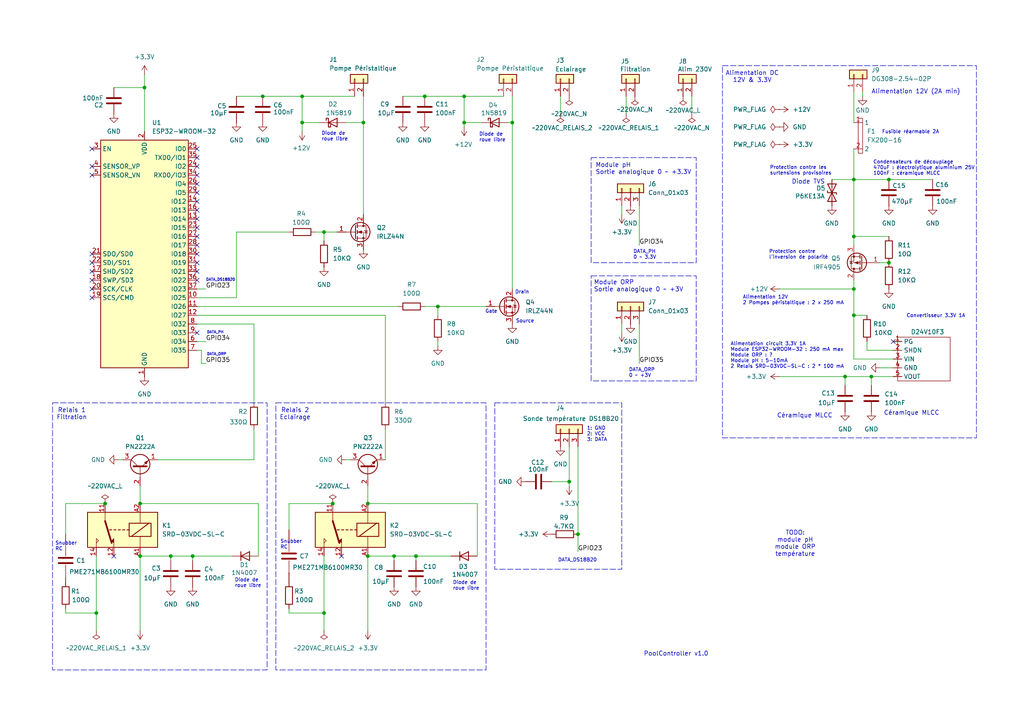
<source format=kicad_sch>
(kicad_sch (version 20250114) (generator "eeschema") (generator_version "9.0")
  (paper "A4")
  (lib_symbols
    (symbol "Connector_Generic:Conn_01x02" (pin_names (offset 1.016) (hide yes))
      (property "Reference" "J" (at 0 2.54 0))
      (property "Value" "Conn_01x02" (at 0 -5.08 0))
      (symbol "Conn_01x02_1_1"
        (pin passive line (at -5.08 0 0) (length 3.81) (name "Pin_1") (number "1"))
        (pin passive line (at -5.08 -2.54 0) (length 3.81) (name "Pin_2") (number "2"))
      )
    )
    (symbol "Connector_Generic:Conn_01x03" (pin_names (offset 1.016) (hide yes))
      (property "Reference" "J" (at 0 5.08 0))
      (property "Value" "Conn_01x03" (at 0 -5.08 0))
      (symbol "Conn_01x03_1_1"
        (pin passive line (at -5.08 2.54 0) (length 3.81) (name "Pin_1") (number "1"))
        (pin passive line (at -5.08 0 0) (length 3.81) (name "Pin_2") (number "2"))
        (pin passive line (at -5.08 -2.54 0) (length 3.81) (name "Pin_3") (number "3"))
      )
    )
    (symbol "D24V10F3_1"
      (symbol "D24V10F3_1_1_1"
        (pin input line (at -8.89 5.08 0) (length 2.54) (name "PG") (number "1"))
        (pin input line (at -8.89 2.54 0) (length 2.54) (name "SHDN") (number "2"))
        (pin input line (at -8.89 0 0) (length 2.54) (name "VIN") (number "3"))
        (pin input line (at -8.89 -2.54 0) (length 2.54) (name "GND") (number "4"))
        (pin input line (at -8.89 -5.08 0) (length 2.54) (name "VOUT") (number "5"))
      )
    )
    (symbol "Device:C" (pin_numbers (hide yes)) (pin_names (offset 0.254))
      (property "Reference" "C" (at 0.635 2.54 0))
      (property "Value" "C" (at 0.635 -2.54 0))
      (symbol "C_1_1"
        (pin passive line (at 0 3.81 270) (length 2.794) (name "~") (number "1"))
        (pin passive line (at 0 -3.81 90) (length 2.794) (name "~") (number "2"))
      )
    )
    (symbol "Device:D_TVS" (pin_numbers (hide yes)) (pin_names (offset 1.016) (hide yes))
      (property "Reference" "D" (at 0 2.54 0))
      (property "Value" "D_TVS" (at 0 -2.54 0))
      (symbol "D_TVS_1_1"
        (pin passive line (at -3.81 0 0) (length 2.54) (name "A1") (number "1"))
        (pin passive line (at 3.81 0 180) (length 2.54) (name "A2") (number "2"))
      )
    )
    (symbol "Device:R" (pin_numbers (hide yes)) (pin_names (offset 0))
      (property "Reference" "R" (at 2.032 0 90))
      (property "Value" "R" (at 0 0 90))
      (symbol "R_1_1"
        (pin passive line (at 0 3.81 270) (length 1.27) (name "~") (number "1"))
        (pin passive line (at 0 -3.81 90) (length 1.27) (name "~") (number "2"))
      )
    )
    (symbol "Diode:1N4007" (pin_numbers (hide yes)) (pin_names (hide yes))
      (property "Reference" "D" (at 0 2.54 0))
      (property "Value" "1N4007" (at 0 -2.54 0))
      (symbol "1N4007_1_1"
        (pin passive line (at -3.81 0 0) (length 2.54) (name "K") (number "1"))
        (pin passive line (at 3.81 0 180) (length 2.54) (name "A") (number "2"))
      )
    )
    (symbol "Diode:1N5819" (pin_numbers (hide yes)) (pin_names (offset 1.016) (hide yes))
      (property "Reference" "D" (at 0 2.54 0))
      (property "Value" "1N5819" (at 0 -2.54 0))
      (symbol "1N5819_1_1"
        (pin passive line (at -3.81 0 0) (length 2.54) (name "K") (number "1"))
        (pin passive line (at 3.81 0 180) (length 2.54) (name "A") (number "2"))
      )
    )
    (symbol "MySymbols.lib:C_X2_Snubber_PME271" (pin_numbers (hide yes)) (pin_names (offset 0.254))
      (property "Reference" "C?" (at 0.635 2.54 0))
      (property "Value" "PME271MB6100MR30" (at 0.635 -2.54 0))
      (symbol "C_X2_Snubber_PME271_1_1"
        (pin passive line (at 0 7.62 270) (length 2.794) (name "~") (number "1"))
        (pin passive line (at 0 -7.62 90) (length 2.794) (name "~") (number "2"))
      )
    )
    (symbol "MySymbols.lib:FX200-16"
      (property "Reference" "F" (at 0 0 0))
      (symbol "FX200-16_1_1"
        (pin input line (at 0 3.81 0) (length 2.54) (name "1") (number "1"))
        (pin input line (at 0 -3.81 0) (length 2.54) (name "2") (number "2"))
      )
    )
    (symbol "RF_Module:ESP32-WROOM-32"
      (property "Reference" "U" (at -12.7 34.29 0))
      (property "Value" "ESP32-WROOM-32" (at 1.27 34.29 0))
      (symbol "ESP32-WROOM-32_1_1"
        (pin input line (at -15.24 30.48 0) (length 2.54) (name "EN") (number "3"))
        (pin input line (at -15.24 25.4 0) (length 2.54) (name "SENSOR_VP") (number "4"))
        (pin input line (at -15.24 22.86 0) (length 2.54) (name "SENSOR_VN") (number "5"))
        (pin bidirectional line (at -15.24 0 0) (length 2.54) (name "SDO/SD0") (number "21"))
        (pin bidirectional line (at -15.24 -2.54 0) (length 2.54) (name "SDI/SD1") (number "22"))
        (pin bidirectional line (at -15.24 -5.08 0) (length 2.54) (name "SHD/SD2") (number "17"))
        (pin bidirectional line (at -15.24 -7.62 0) (length 2.54) (name "SWP/SD3") (number "18"))
        (pin bidirectional line (at -15.24 -10.16 0) (length 2.54) (name "SCK/CLK") (number "20"))
        (pin bidirectional line (at -15.24 -12.7 0) (length 2.54) (name "SCS/CMD") (number "19"))
        (pin no_connect line (at -12.7 -27.94 0) (length 2.54) (hide yes) (name "NC") (number "32"))
        (pin power_in line (at 0 35.56 270) (length 2.54) (name "VDD") (number "2"))
        (pin power_in line (at 0 -35.56 90) (length 2.54) (name "GND") (number "1"))
        (pin passive line (at 0 -35.56 90) (length 2.54) (hide yes) (name "GND") (number "15"))
        (pin passive line (at 0 -35.56 90) (length 2.54) (hide yes) (name "GND") (number "38"))
        (pin passive line (at 0 -35.56 90) (length 2.54) (hide yes) (name "GND") (number "39"))
        (pin bidirectional line (at 15.24 30.48 180) (length 2.54) (name "IO0") (number "25"))
        (pin bidirectional line (at 15.24 27.94 180) (length 2.54) (name "TXD0/IO1") (number "35"))
        (pin bidirectional line (at 15.24 25.4 180) (length 2.54) (name "IO2") (number "24"))
        (pin bidirectional line (at 15.24 22.86 180) (length 2.54) (name "RXD0/IO3") (number "34"))
        (pin bidirectional line (at 15.24 20.32 180) (length 2.54) (name "IO4") (number "26"))
        (pin bidirectional line (at 15.24 17.78 180) (length 2.54) (name "IO5") (number "29"))
        (pin bidirectional line (at 15.24 15.24 180) (length 2.54) (name "IO12") (number "14"))
        (pin bidirectional line (at 15.24 12.7 180) (length 2.54) (name "IO13") (number "16"))
        (pin bidirectional line (at 15.24 10.16 180) (length 2.54) (name "IO14") (number "13"))
        (pin bidirectional line (at 15.24 7.62 180) (length 2.54) (name "IO15") (number "23"))
        (pin bidirectional line (at 15.24 5.08 180) (length 2.54) (name "IO16") (number "27"))
        (pin bidirectional line (at 15.24 2.54 180) (length 2.54) (name "IO17") (number "28"))
        (pin bidirectional line (at 15.24 0 180) (length 2.54) (name "IO18") (number "30"))
        (pin bidirectional line (at 15.24 -2.54 180) (length 2.54) (name "IO19") (number "31"))
        (pin bidirectional line (at 15.24 -5.08 180) (length 2.54) (name "IO21") (number "33"))
        (pin bidirectional line (at 15.24 -7.62 180) (length 2.54) (name "IO22") (number "36"))
        (pin bidirectional line (at 15.24 -10.16 180) (length 2.54) (name "IO23") (number "37"))
        (pin bidirectional line (at 15.24 -12.7 180) (length 2.54) (name "IO25") (number "10"))
        (pin bidirectional line (at 15.24 -15.24 180) (length 2.54) (name "IO26") (number "11"))
        (pin bidirectional line (at 15.24 -17.78 180) (length 2.54) (name "IO27") (number "12"))
        (pin bidirectional line (at 15.24 -20.32 180) (length 2.54) (name "IO32") (number "8"))
        (pin bidirectional line (at 15.24 -22.86 180) (length 2.54) (name "IO33") (number "9"))
        (pin input line (at 15.24 -25.4 180) (length 2.54) (name "IO34") (number "6"))
        (pin input line (at 15.24 -27.94 180) (length 2.54) (name "IO35") (number "7"))
      )
    )
    (symbol "Relay:Relay_SPDT"
      (property "Reference" "K" (at 11.43 3.81 0))
      (property "Value" "Relay_SPDT" (at 11.43 1.27 0))
      (symbol "Relay_SPDT_1_1"
        (pin passive line (at -5.08 7.62 270) (length 2.54) (name "~") (number "A1"))
        (pin passive line (at -5.08 -7.62 90) (length 2.54) (name "~") (number "A2"))
        (pin passive line (at 2.54 7.62 270) (length 2.54) (name "~") (number "12"))
        (pin passive line (at 5.08 -7.62 90) (length 2.54) (name "~") (number "11"))
        (pin passive line (at 7.62 7.62 270) (length 2.54) (name "~") (number "14"))
      )
    )
    (symbol "Transistor_BJT:PN2222A" (pin_names (offset 0) (hide yes))
      (property "Reference" "Q" (at 5.08 1.905 0))
      (property "Value" "PN2222A" (at 5.08 0 0))
      (symbol "PN2222A_1_1"
        (pin input line (at -5.08 0 0) (length 2.54) (name "B") (number "2"))
        (pin passive line (at 2.54 5.08 270) (length 2.54) (name "C") (number "3"))
        (pin passive line (at 2.54 -5.08 90) (length 2.54) (name "E") (number "1"))
      )
    )
    (symbol "Transistor_FET:IRF4905" (pin_names (hide yes))
      (property "Reference" "Q" (at 5.08 1.905 0))
      (property "Value" "IRF4905" (at 5.08 0 0))
      (symbol "IRF4905_1_1"
        (pin input line (at -5.08 0 0) (length 2.54) (name "G") (number "1"))
        (pin passive line (at 2.54 5.08 270) (length 2.54) (name "D") (number "2"))
        (pin passive line (at 2.54 -5.08 90) (length 2.54) (name "S") (number "3"))
      )
    )
    (symbol "Transistor_FET:IRLZ44N" (pin_names (hide yes))
      (property "Reference" "Q" (at 5.08 1.905 0))
      (property "Value" "IRLZ44N" (at 5.08 0 0))
      (symbol "IRLZ44N_1_1"
        (pin input line (at -5.08 0 0) (length 2.54) (name "G") (number "1"))
        (pin passive line (at 2.54 5.08 270) (length 2.54) (name "D") (number "2"))
        (pin passive line (at 2.54 -5.08 90) (length 2.54) (name "S") (number "3"))
      )
    )
    (symbol "power:+12V" (power) (pin_numbers (hide yes)) (pin_names (offset 0) (hide yes))
      (property "Value" "+12V" (at 0 3.556 0))
      (symbol "+12V_1_1"
        (pin power_in line (at 0 0 90) (length 0) (name "~") (number "1"))
      )
    )
    (symbol "power:+3.3V" (power) (pin_numbers (hide yes)) (pin_names (offset 0) (hide yes))
      (property "Value" "+3.3V" (at 0 3.556 0))
      (symbol "+3.3V_1_1"
        (pin power_in line (at 0 0 90) (length 0) (name "~") (number "1"))
      )
    )
    (symbol "power:GND" (power) (pin_numbers (hide yes)) (pin_names (offset 0) (hide yes))
      (property "Value" "GND" (at 0 -3.81 0))
      (symbol "GND_1_1"
        (pin power_in line (at 0 0 270) (length 0) (name "~") (number "1"))
      )
    )
    (symbol "power:PWR_FLAG" (power) (pin_numbers (hide yes)) (pin_names (offset 0) (hide yes))
      (property "Value" "PWR_FLAG" (at 0 3.81 0))
      (symbol "PWR_FLAG_0_0"
        (pin power_out line (at 0 0 90) (length 0) (name "~") (number "1"))
      )
    )
  )
  (rectangle (start 171.45 80.01) (end 201.93 110.49) (stroke (width 0) (type dash)))
  (rectangle (start 143.51 116.84) (end 180.34 165.1) (stroke (width 0) (type dash)))
  (rectangle (start 15.24 116.84) (end 77.47 194.31) (stroke (width 0) (type dash)))
  (rectangle (start 171.45 45.72) (end 201.93 76.2) (stroke (width 0) (type dash)))
  (rectangle (start 80.01 116.84) (end 140.97 194.31) (stroke (width 0) (type dash)))
  (rectangle (start 209.55 19.05) (end 283.21 127) (stroke (width 0) (type dash)))
  (text "Alimentation DC\n12V & 3.3V" (at 218.186 22.352 0) (effects (font (size 1.27 1.27))))
  (text "Protection contre \nl'inversion de polarité" (at 223.012 73.914 0) (effects (font (size 1.016 1.016)) (justify left)))
  (text "Diode de\nroue libre" (at 131.318 169.926 0) (effects (font (size 1.016 1.016)) (justify left)))
  (text "Céramique MLCC" (at 264.414 119.888 0) (effects (font (size 1.27 1.27))))
  (text "PoolController v1.0" (at 196.088 189.738 0) (effects (font (size 1.27 1.27))))
  (text "TODO:\nmodule pH\nmodule ORP\ntempérature" (at 230.632 157.734 0) (effects (font (size 1.27 1.27))))
  (text "Diode de\nroue libre" (at 93.218 39.624 0) (effects (font (size 1.016 1.016)) (justify left)))
  (text "Module ORP \nSortie analogique 0 ~ +3V" (at 172.212 83.058 0) (effects (font (size 1.27 1.27)) (justify left)))
  (text "Snubber\nRC" (at 81.28 157.988 0) (effects (font (size 1.016 1.016)) (justify left)))
  (text "Alimentation circuit 3.3V 1A\nModule ESP32-WROOM-32 : 250 mA max\nModule ORP : ?\nModule pH : 5-10mA\n2 Relais SRD-03VDC-SL-C : 2 * 100 mA" (at 211.836 103.124 0) (effects (font (size 1.016 1.016)) (justify left)))
  (text "Drain" (at 149.352 84.836 0) (effects (font (size 1.016 1.016)) (justify left)))
  (text "DATA_DS18B20" (at 59.69 81.28 0) (effects (font (size 0.762 0.762)) (justify left)))
  (text "Source" (at 149.606 93.218 0) (effects (font (size 1.016 1.016)) (justify left)))
  (text "1: GND\n2: VCC\n3: DATA" (at 170.18 125.984 0) (effects (font (size 1.016 1.016)) (justify left)))
  (text "Alimentation 12V\n2 Pompes péristaltique : 2 x 250 mA" (at 215.392 87.122 0) (effects (font (size 1.016 1.016)) (justify left)))
  (text "Diode TVS" (at 234.442 52.832 0) (effects (font (size 1.27 1.27))))
  (text "Alimentation 12V (2A min)" (at 252.73 26.67 0) (effects (font (size 1.27 1.27)) (justify left)))
  (text "DATA_ORP" (at 59.944 102.87 0) (effects (font (size 0.762 0.762)) (justify left)))
  (text "DATA_ORP\n0 ~ +3V" (at 182.372 108.204 0) (effects (font (size 1.016 1.016)) (justify left)))
  (text "Module pH\nSortie analogique 0 ~ +3.3V" (at 172.72 49.022 0) (effects (font (size 1.27 1.27)) (justify left)))
  (text "Convertisseur 3.3V 1A" (at 262.89 91.694 0) (effects (font (size 1.016 1.016)) (justify left)))
  (text "DATA_DS18B20" (at 161.798 162.56 0) (effects (font (size 1.016 1.016)) (justify left)))
  (text "Relais 1\nFiltration" (at 20.828 120.142 0) (effects (font (size 1.27 1.27))))
  (text "Diode de\nroue libre" (at 68.072 169.164 0) (effects (font (size 1.016 1.016)) (justify left)))
  (text "DATA_PH\n0 ~ 3.3V" (at 183.642 73.914 0) (effects (font (size 1.016 1.016)) (justify left)))
  (text "DATA_PH" (at 59.944 96.52 0) (effects (font (size 0.762 0.762)) (justify left)))
  (text "Fusible réarmable 2A" (at 255.778 38.354 0) (effects (font (size 1.016 1.016)) (justify left)))
  (text "Gate" (at 140.716 90.424 0) (effects (font (size 1.016 1.016)) (justify left)))
  (text "Snubber\nRC" (at 16.002 158.496 0) (effects (font (size 1.016 1.016)) (justify left)))
  (text "Condensateurs de découplage\n470uF : électrolytique aluminium 25V\n100nF : céramique MLCC" (at 253.238 48.768 0) (effects (font (size 1.016 1.016)) (justify left)))
  (text "Diode de\nroue libre" (at 138.938 39.878 0) (effects (font (size 1.016 1.016)) (justify left)))
  (text "Relais 2\nEclairage" (at 85.598 120.142 0) (effects (font (size 1.27 1.27))))
  (text "Céramique MLCC" (at 233.426 120.65 0) (effects (font (size 1.27 1.27))))
  (text "Protection contre les\nsurtensions provisoires" (at 223.266 49.53 0) (effects (font (size 1.016 1.016)) (justify left)))
  (junction (at 245.11 109.22))
  (junction (at 247.65 83.82))
  (junction (at 105.41 35.56))
  (junction (at 49.53 161.29))
  (junction (at 123.19 27.94))
  (junction (at 87.63 35.56))
  (junction (at 252.73 109.22))
  (junction (at 96.52 146.05))
  (junction (at 93.98 67.31))
  (junction (at 93.98 177.8))
  (junction (at 247.65 68.58))
  (junction (at 30.48 146.05))
  (junction (at 148.59 35.56))
  (junction (at 257.81 52.07))
  (junction (at 41.91 25.4))
  (junction (at 27.94 177.8))
  (junction (at 134.62 27.94))
  (junction (at 247.65 52.07))
  (junction (at 257.81 76.2))
  (junction (at 55.88 161.29))
  (junction (at 114.3 161.29))
  (junction (at 40.64 161.29))
  (junction (at 127 88.9))
  (junction (at 165.1 139.7))
  (junction (at 120.65 161.29))
  (junction (at 106.68 146.05))
  (junction (at 134.62 35.56))
  (junction (at 40.64 146.05))
  (junction (at 167.64 154.94))
  (junction (at 247.65 91.44))
  (junction (at 87.63 27.94))
  (junction (at 106.68 161.29))
  (junction (at 76.2 27.94))
  (no_connect (at 57.15 45.72))
  (no_connect (at 57.15 63.5))
  (no_connect (at 57.15 81.28))
  (no_connect (at 33.02 161.29))
  (no_connect (at 26.67 50.8))
  (no_connect (at 57.15 58.42))
  (no_connect (at 57.15 68.58))
  (no_connect (at 26.67 43.18))
  (no_connect (at 57.15 48.26))
  (no_connect (at 57.15 43.18))
  (no_connect (at 57.15 71.12))
  (no_connect (at 26.67 86.36))
  (no_connect (at 26.67 48.26))
  (no_connect (at 99.06 161.29))
  (no_connect (at 259.08 99.06))
  (no_connect (at 26.67 81.28))
  (no_connect (at 57.15 66.04))
  (no_connect (at 57.15 60.96))
  (no_connect (at 57.15 73.66))
  (no_connect (at 26.67 78.74))
  (no_connect (at 26.67 83.82))
  (no_connect (at 57.15 78.74))
  (no_connect (at 57.15 53.34))
  (no_connect (at 26.67 73.66))
  (no_connect (at 26.67 76.2))
  (no_connect (at 57.15 50.8))
  (no_connect (at 57.15 96.52))
  (no_connect (at 57.15 55.88))
  (no_connect (at 57.15 76.2))
  (wire (pts (xy 49.53 162.56) (xy 49.53 161.29)))
  (wire (pts (xy 127 99.06) (xy 127 100.33)))
  (wire (pts (xy 106.68 161.29) (xy 106.68 182.88)))
  (wire (pts (xy 134.62 27.94) (xy 146.05 27.94)))
  (wire (pts (xy 180.34 62.23) (xy 180.34 59.69)))
  (wire (pts (xy 160.02 139.7) (xy 165.1 139.7)))
  (wire (pts (xy 111.76 91.44) (xy 111.76 116.84)))
  (wire (pts (xy 247.65 104.14) (xy 259.08 104.14)))
  (wire (pts (xy 27.94 161.29) (xy 27.94 177.8)))
  (wire (pts (xy 93.98 177.8) (xy 93.98 182.88)))
  (wire (pts (xy 245.11 109.22) (xy 245.11 111.76)))
  (wire (pts (xy 247.65 83.82) (xy 247.65 91.44)))
  (wire (pts (xy 57.15 86.36) (xy 68.58 86.36)))
  (wire (pts (xy 245.11 109.22) (xy 252.73 109.22)))
  (wire (pts (xy 127 88.9) (xy 140.97 88.9)))
  (wire (pts (xy 100.33 35.56) (xy 105.41 35.56)))
  (wire (pts (xy 148.59 35.56) (xy 148.59 83.82)))
  (wire (pts (xy 167.64 129.54) (xy 167.64 154.94)))
  (wire (pts (xy 252.73 109.22) (xy 259.08 109.22)))
  (wire (pts (xy 162.56 27.94) (xy 162.56 33.02)))
  (wire (pts (xy 34.29 133.35) (xy 35.56 133.35)))
  (wire (pts (xy 116.84 27.94) (xy 123.19 27.94)))
  (wire (pts (xy 76.2 27.94) (xy 87.63 27.94)))
  (wire (pts (xy 185.42 59.69) (xy 185.42 71.12)))
  (wire (pts (xy 250.19 26.67) (xy 250.19 27.94)))
  (wire (pts (xy 68.58 86.36) (xy 68.58 67.31)))
  (wire (pts (xy 73.66 133.35) (xy 73.66 124.46)))
  (wire (pts (xy 257.81 52.07) (xy 270.51 52.07)))
  (wire (pts (xy 59.69 83.82) (xy 57.15 83.82)))
  (wire (pts (xy 134.62 36.83) (xy 134.62 35.56)))
  (wire (pts (xy 165.1 139.7) (xy 165.1 129.54)))
  (wire (pts (xy 93.98 177.8) (xy 83.82 177.8)))
  (wire (pts (xy 55.88 161.29) (xy 67.31 161.29)))
  (wire (pts (xy 58.42 105.41) (xy 59.69 105.41)))
  (wire (pts (xy 40.64 146.05) (xy 74.93 146.05)))
  (wire (pts (xy 252.73 109.22) (xy 252.73 111.76)))
  (wire (pts (xy 83.82 153.67) (xy 83.82 146.05)))
  (wire (pts (xy 247.65 26.67) (xy 247.65 35.56)))
  (wire (pts (xy 120.65 161.29) (xy 120.65 162.56)))
  (wire (pts (xy 247.65 91.44) (xy 247.65 104.14)))
  (wire (pts (xy 147.32 35.56) (xy 148.59 35.56)))
  (wire (pts (xy 114.3 161.29) (xy 120.65 161.29)))
  (wire (pts (xy 226.06 109.22) (xy 245.11 109.22)))
  (wire (pts (xy 45.72 133.35) (xy 73.66 133.35)))
  (wire (pts (xy 19.05 154.94) (xy 19.05 146.05)))
  (wire (pts (xy 100.33 133.35) (xy 101.6 133.35)))
  (wire (pts (xy 259.08 106.68) (xy 255.27 106.68)))
  (wire (pts (xy 247.65 81.28) (xy 247.65 83.82)))
  (wire (pts (xy 127 88.9) (xy 127 91.44)))
  (wire (pts (xy 87.63 27.94) (xy 87.63 35.56)))
  (wire (pts (xy 74.93 161.29) (xy 74.93 146.05)))
  (wire (pts (xy 87.63 35.56) (xy 92.71 35.56)))
  (wire (pts (xy 200.66 27.94) (xy 200.66 33.02)))
  (wire (pts (xy 19.05 168.91) (xy 19.05 170.18)))
  (wire (pts (xy 41.91 25.4) (xy 41.91 38.1)))
  (wire (pts (xy 40.64 161.29) (xy 40.64 182.88)))
  (wire (pts (xy 40.64 146.05) (xy 40.64 140.97)))
  (wire (pts (xy 105.41 35.56) (xy 105.41 62.23)))
  (wire (pts (xy 19.05 146.05) (xy 30.48 146.05)))
  (wire (pts (xy 259.08 101.6) (xy 251.46 101.6)))
  (wire (pts (xy 106.68 146.05) (xy 138.43 146.05)))
  (wire (pts (xy 134.62 35.56) (xy 139.7 35.56)))
  (wire (pts (xy 148.59 27.94) (xy 148.59 35.56)))
  (wire (pts (xy 247.65 52.07) (xy 247.65 68.58)))
  (wire (pts (xy 106.68 161.29) (xy 114.3 161.29)))
  (wire (pts (xy 123.19 27.94) (xy 134.62 27.94)))
  (wire (pts (xy 120.65 161.29) (xy 130.81 161.29)))
  (wire (pts (xy 87.63 35.56) (xy 87.63 38.1)))
  (wire (pts (xy 87.63 27.94) (xy 102.87 27.94)))
  (wire (pts (xy 33.02 25.4) (xy 41.91 25.4)))
  (wire (pts (xy 138.43 161.29) (xy 138.43 146.05)))
  (wire (pts (xy 111.76 124.46) (xy 111.76 133.35)))
  (wire (pts (xy 19.05 177.8) (xy 27.94 177.8)))
  (wire (pts (xy 49.53 161.29) (xy 55.88 161.29)))
  (wire (pts (xy 247.65 68.58) (xy 257.81 68.58)))
  (wire (pts (xy 167.64 154.94) (xy 167.64 160.02)))
  (wire (pts (xy 251.46 99.06) (xy 251.46 101.6)))
  (wire (pts (xy 247.65 52.07) (xy 257.81 52.07)))
  (wire (pts (xy 91.44 67.31) (xy 93.98 67.31)))
  (wire (pts (xy 57.15 91.44) (xy 111.76 91.44)))
  (wire (pts (xy 57.15 88.9) (xy 115.57 88.9)))
  (wire (pts (xy 83.82 146.05) (xy 96.52 146.05)))
  (wire (pts (xy 83.82 177.8) (xy 83.82 176.53)))
  (wire (pts (xy 247.65 68.58) (xy 247.65 71.12)))
  (wire (pts (xy 93.98 161.29) (xy 93.98 177.8)))
  (wire (pts (xy 185.42 93.98) (xy 185.42 105.41)))
  (wire (pts (xy 241.3 52.07) (xy 247.65 52.07)))
  (wire (pts (xy 57.15 99.06) (xy 59.69 99.06)))
  (wire (pts (xy 57.15 93.98) (xy 73.66 93.98)))
  (wire (pts (xy 27.94 177.8) (xy 27.94 182.88)))
  (wire (pts (xy 68.58 67.31) (xy 83.82 67.31)))
  (wire (pts (xy 68.58 27.94) (xy 76.2 27.94)))
  (wire (pts (xy 123.19 88.9) (xy 127 88.9)))
  (wire (pts (xy 106.68 140.97) (xy 106.68 146.05)))
  (wire (pts (xy 93.98 67.31) (xy 93.98 69.85)))
  (wire (pts (xy 19.05 177.8) (xy 19.05 176.53)))
  (wire (pts (xy 226.06 83.82) (xy 247.65 83.82)))
  (wire (pts (xy 165.1 140.97) (xy 165.1 139.7)))
  (wire (pts (xy 58.42 105.41) (xy 58.42 101.6)))
  (wire (pts (xy 105.41 27.94) (xy 105.41 35.56)))
  (wire (pts (xy 93.98 67.31) (xy 97.79 67.31)))
  (wire (pts (xy 40.64 161.29) (xy 49.53 161.29)))
  (wire (pts (xy 41.91 21.59) (xy 41.91 25.4)))
  (wire (pts (xy 247.65 43.18) (xy 247.65 52.07)))
  (wire (pts (xy 181.61 27.94) (xy 181.61 33.02)))
  (wire (pts (xy 73.66 93.98) (xy 73.66 116.84)))
  (wire (pts (xy 247.65 91.44) (xy 251.46 91.44)))
  (wire (pts (xy 134.62 35.56) (xy 134.62 27.94)))
  (wire (pts (xy 55.88 162.56) (xy 55.88 161.29)))
  (wire (pts (xy 114.3 161.29) (xy 114.3 162.56)))
  (wire (pts (xy 58.42 101.6) (xy 57.15 101.6)))
  (wire (pts (xy 180.34 96.52) (xy 180.34 93.98)))
  (wire (pts (xy 257.81 76.2) (xy 255.27 76.2)))
  (label "GPIO34" (at 185.42 71.12 0))
  (label "GPIO23" (at 59.69 83.82 0))
  (label "GPIO35" (at 185.42 105.41 0))
  (label "GPIO23" (at 167.64 160.02 0))
  (label "GPIO34" (at 59.69 99.06 0))
  (label "GPIO35" (at 59.69 105.41 0))
  (symbol (lib_id "power:+3.3V") (at 160.02 154.94 90) (unit 1)
    (property "Reference" "#PWR023" (effects (hide yes)))
    (property "Value" "+3.3V" (at 156.21 154.9399 90) (effects (justify left)))
    (property "Description" "Power symbol creates a global label with name \"+3.3V\"" (effects (hide yes)))
  )
  (symbol (lib_id "power:+3.3V") (at 180.34 96.52 180) (unit 1)
    (property "Reference" "#PWR027" (effects (hide yes)))
    (property "Value" "+3.3V" (at 180.34 101.6 0))
    (property "Description" "Power symbol creates a global label with name \"+3.3V\"" (effects (hide yes)))
  )
  (symbol (lib_id "Device:C") (at 245.11 115.57 0) (unit 1)
    (property "Reference" "C13" (at 238.252 114.046 0) (effects (justify left)))
    (property "Value" "10 µF" (at 237.236 116.84 0) (effects (justify left)))
    (property "Description" "Unpolarized capacitor" (effects (hide yes)))
  )
  (symbol (lib_id "power:+3.3V") (at 40.64 182.88 180) (unit 1)
    (property "Reference" "#PWR03" (effects (hide yes)))
    (property "Value" "+3.3V" (at 40.64 187.96 0))
    (property "Description" "Power symbol creates a global label with name \"+3.3V\"" (effects (hide yes)))
  )
  (symbol (lib_id "power:GND") (at 68.58 35.56 0) (unit 1)
    (property "Reference" "#PWR08" (effects (hide yes)))
    (property "Value" "GND" (at 68.58 40.64 0))
    (property "Description" "Power symbol creates a global label with name \"GND\" , ground" (effects (hide yes)))
  )
  (symbol (lib_id "power:GND") (at 152.4 139.7 270) (unit 1)
    (property "Reference" "#PWR022" (effects (hide yes)))
    (property "Value" "GND" (at 148.59 139.6999 90) (effects (justify right)))
    (property "Description" "Power symbol creates a global label with name \"GND\" , ground" (effects (hide yes)))
  )
  (symbol (lib_id "power:GND") (at 55.88 170.18 0) (unit 1)
    (property "Reference" "#PWR07" (effects (hide yes)))
    (property "Value" "GND" (at 55.88 175.26 0))
    (property "Description" "Power symbol creates a global label with name \"GND\" , ground" (effects (hide yes)))
  )
  (symbol (lib_id "power:GND") (at 49.53 170.18 0) (unit 1)
    (property "Reference" "#PWR06" (effects (hide yes)))
    (property "Value" "GND" (at 49.53 175.26 0))
    (property "Description" "Power symbol creates a global label with name \"GND\" , ground" (effects (hide yes)))
  )
  (symbol (lib_id "power:GND") (at 182.88 93.98 0) (unit 1)
    (property "Reference" "#PWR029" (effects (hide yes)))
    (property "Value" "GND" (at 182.88 99.06 0))
    (property "Description" "Power symbol creates a global label with name \"GND\" , ground" (effects (hide yes)))
  )
  (symbol (lib_id "Transistor_BJT:PN2222A") (at 40.64 135.89 90) (unit 1)
    (property "Reference" "Q1" (at 40.64 127 90))
    (property "Value" "PN2222A" (at 40.64 129.54 90))
    (property "Footprint" "Package_TO_SOT_THT:TO-92_Inline" (effects (hide yes)))
    (property "Datasheet" "https://www.onsemi.com/pub/Collateral/PN2222-D.PDF" (effects (hide yes)))
    (property "Description" "1A Ic, 40V Vce, NPN Transistor, General Purpose Transistor, TO-92" (effects (hide yes)))
  )
  (symbol (lib_id "power:GND") (at 162.56 129.54 0) (unit 1)
    (property "Reference" "#PWR024" (effects (hide yes)))
    (property "Value" "GND" (at 162.56 134.62 0))
    (property "Description" "Power symbol creates a global label with name \"GND\" , ground" (effects (hide yes)))
  )
  (symbol (lib_id "power:PWR_FLAG") (at 200.66 33.02 180) (unit 1)
    (property "Reference" "#FLG010" (effects (hide yes)))
    (property "Value" "~220VAC_N" (at 200.66 37.084 0))
    (property "Description" "Special symbol for telling ERC where power comes from" (effects (hide yes)))
  )
  (symbol (lib_id "Device:R") (at 111.76 120.65 0) (unit 1)
    (property "Reference" "R6" (at 114.3 119.3799 0) (effects (justify left)))
    (property "Value" "330Ω" (at 114.3 121.9199 0) (effects (justify left)))
    (property "Description" "Resistor" (effects (hide yes)))
  )
  (symbol (lib_id "power:GND") (at 270.51 59.69 0) (unit 1)
    (property "Reference" "#PWR039" (effects (hide yes)))
    (property "Value" "GND" (at 270.51 64.77 0))
    (property "Description" "Power symbol creates a global label with name \"GND\" , ground" (effects (hide yes)))
  )
  (symbol (lib_id "Device:C") (at 114.3 166.37 0) (unit 1)
    (property "Reference" "C8" (at 108.458 164.592 0) (effects (justify left)))
    (property "Value" "10 µF" (at 107.95 168.656 0) (effects (justify left)))
    (property "Description" "Unpolarized capacitor" (effects (hide yes)))
  )
  (symbol (lib_id "Transistor_FET:IRLZ44N") (at 146.05 88.9 0) (unit 1)
    (property "Reference" "Q4" (at 152.4 87.6299 0) (effects (justify left)))
    (property "Value" "IRLZ44N" (at 152.4 90.1699 0) (effects (justify left)))
    (property "Footprint" "Package_TO_SOT_THT:TO-220-3_Vertical" (effects (hide yes)))
    (property "Datasheet" "http://www.irf.com/product-info/datasheets/data/irlz44n.pdf" (effects (hide yes)))
    (property "Description" "47A Id, 55V Vds, 22mOhm Rds Single N-Channel HEXFET Power MOSFET, TO-220AB" (effects (hide yes)))
  )
  (symbol (lib_id "Diode:1N5819") (at 143.51 35.56 0) (unit 1)
    (property "Reference" "D4" (at 143.002 30.48 0))
    (property "Value" "1N5819" (at 143.256 32.766 0))
    (property "Footprint" "Diode_THT:D_DO-41_SOD81_P10.16mm_Horizontal" (effects (hide yes)))
    (property "Datasheet" "http://www.vishay.com/docs/88525/1n5817.pdf" (effects (hide yes)))
    (property "Description" "40V 1A Schottky Barrier Rectifier Diode, DO-41" (effects (hide yes)))
  )
  (symbol (lib_id "MySymbols.lib:C_X2_Snubber_PME271") (at 83.82 161.29 0) (unit 1)
    (property "Reference" "C7" (at 86.868 161.29 0) (effects (justify left)))
    (property "Value" "PME271MB6100MR30" (at 84.836 164.592 0) (effects (justify left)))
    (property "Description" "Unpolarized capacitor" (effects (hide yes)))
  )
  (symbol (lib_id "Connector_Generic:Conn_01x03") (at 165.1 124.46 90) (unit 1)
    (property "Reference" "J4" (at 161.29 118.364 90) (effects (justify right)))
    (property "Value" "Sonde température DS18B20" (at 151.638 121.412 90) (effects (justify right)))
    (property "Description" "Generic connector, single row, 01x03, script generated (kicad-library-utils/schlib/autogen/connector/)" (effects (hide yes)))
  )
  (symbol (lib_id "Relay:Relay_SPDT") (at 35.56 153.67 180) (unit 1)
    (property "Reference" "K1" (at 46.99 152.3999 0) (effects (justify right)))
    (property "Value" "SRD-03VDC-SL-C" (at 46.99 154.9399 0) (effects (justify right)))
    (property "Description" "Relay SPDT, monostable, EN50005" (effects (hide yes)))
  )
  (symbol (lib_id "Device:R") (at 257.81 72.39 0) (unit 1)
    (property "Reference" "R11" (at 260.35 71.1199 0) (effects (justify left)))
    (property "Value" "10Ω" (at 260.35 73.6599 0) (effects (justify left)))
    (property "Description" "Resistor" (effects (hide yes)))
  )
  (symbol (lib_id "power:PWR_FLAG") (at 184.15 27.94 180) (unit 1)
    (property "Reference" "#FLG08" (effects (hide yes)))
    (property "Value" "~220VAC_N" (at 184.15 31.75 0))
    (property "Description" "Special symbol for telling ERC where power comes from" (effects (hide yes)))
  )
  (symbol (lib_id "power:GND") (at 76.2 35.56 0) (unit 1)
    (property "Reference" "#PWR09" (effects (hide yes)))
    (property "Value" "GND" (at 76.2 40.64 0))
    (property "Description" "Power symbol creates a global label with name \"GND\" , ground" (effects (hide yes)))
  )
  (symbol (lib_id "power:PWR_FLAG") (at 181.61 33.02 180) (unit 1)
    (property "Reference" "#FLG07" (effects (hide yes)))
    (property "Value" "~220VAC_RELAIS_1" (at 182.372 37.084 0))
    (property "Description" "Special symbol for telling ERC where power comes from" (effects (hide yes)))
  )
  (symbol (lib_id "power:GND") (at 100.33 133.35 270) (unit 1)
    (property "Reference" "#PWR012" (effects (hide yes)))
    (property "Value" "GND" (at 96.52 133.3499 90) (effects (justify right)))
    (property "Description" "Power symbol creates a global label with name \"GND\" , ground" (effects (hide yes)))
  )
  (symbol (lib_id "power:PWR_FLAG") (at 226.06 41.91 90) (unit 1)
    (property "Reference" "#FLG012" (effects (hide yes)))
    (property "Value" "PWR_FLAG" (at 222.25 41.9099 90) (effects (justify left)))
    (property "Description" "Special symbol for telling ERC where power comes from" (effects (hide yes)))
  )
  (symbol (lib_id "power:GND") (at 127 100.33 0) (unit 1)
    (property "Reference" "#PWR019" (effects (hide yes)))
    (property "Value" "GND" (at 127 105.41 0))
    (property "Description" "Power symbol creates a global label with name \"GND\" , ground" (effects (hide yes)))
  )
  (symbol (lib_id "RF_Module:ESP32-WROOM-32") (at 41.91 73.66 0) (unit 1)
    (property "Reference" "U1" (at 44.0533 35.56 0) (effects (justify left)))
    (property "Value" "ESP32-WROOM-32" (at 44.0533 38.1 0) (effects (justify left)))
    (property "Footprint" "RF_Module:ESP32-WROOM-32" (effects (hide yes)))
    (property "Datasheet" "https://www.espressif.com/sites/default/files/documentation/esp32-wroom-32_datasheet_en.pdf" (effects (hide yes)))
    (property "Description" "RF Module, ESP32-D0WDQ6 SoC, Wi-Fi 802.11b/g/n, Bluetooth, BLE, 32-bit, 2.7-3.6V, onboard antenna, SMD" (effects (hide yes)))
  )
  (symbol (lib_id "power:GND") (at 41.91 109.22 0) (unit 1)
    (property "Reference" "#PWR05" (effects (hide yes)))
    (property "Value" "GND" (at 41.91 114.3 0))
    (property "Description" "Power symbol creates a global label with name \"GND\" , ground" (effects (hide yes)))
  )
  (symbol (lib_id "power:+3.3V") (at 226.06 41.91 270) (unit 1)
    (property "Reference" "#PWR042" (effects (hide yes)))
    (property "Value" "+3.3V" (at 229.87 41.9099 90) (effects (justify left)))
    (property "Description" "Power symbol creates a global label with name \"+3.3V\"" (effects (hide yes)))
  )
  (symbol (lib_id "Device:R") (at 257.81 80.01 0) (unit 1)
    (property "Reference" "R12" (at 260.35 78.7399 0) (effects (justify left)))
    (property "Value" "10KΩ" (at 260.35 81.2799 0) (effects (justify left)))
    (property "Description" "Resistor" (effects (hide yes)))
  )
  (symbol (lib_id "Device:C") (at 270.51 55.88 0) (unit 1)
    (property "Reference" "C16" (at 271.272 53.594 0) (effects (justify left)))
    (property "Value" "100nF" (at 271.526 58.42 0) (effects (justify left)))
    (property "Description" "Unpolarized capacitor" (effects (hide yes)))
  )
  (symbol (lib_id "power:GND") (at 257.81 83.82 0) (unit 1)
    (property "Reference" "#PWR038" (effects (hide yes)))
    (property "Value" "GND" (at 257.81 88.9 0))
    (property "Description" "Power symbol creates a global label with name \"GND\" , ground" (effects (hide yes)))
  )
  (symbol (lib_id "power:GND") (at 114.3 170.18 0) (unit 1)
    (property "Reference" "#PWR015" (effects (hide yes)))
    (property "Value" "GND" (at 114.3 175.26 0))
    (property "Description" "Power symbol creates a global label with name \"GND\" , ground" (effects (hide yes)))
  )
  (symbol (lib_id "Transistor_FET:IRF4905") (at 250.19 76.2 180) (unit 1)
    (property "Reference" "Q5" (at 243.84 74.9299 0) (effects (justify left)))
    (property "Value" "IRF4905" (at 243.84 77.4699 0) (effects (justify left)))
    (property "Footprint" "Package_TO_SOT_THT:TO-220-3_Vertical" (effects (hide yes)))
    (property "Datasheet" "http://www.infineon.com/dgdl/irf4905.pdf?fileId=5546d462533600a4015355e32165197c" (effects (hide yes)))
    (property "Description" "-74A Id, -55V Vds, Single P-Channel HEXFET Power MOSFET, 20mOhm Ron, TO-220AB" (effects (hide yes)))
  )
  (symbol (lib_id "power:GND") (at 123.19 35.56 0) (unit 1)
    (property "Reference" "#PWR018" (effects (hide yes)))
    (property "Value" "GND" (at 123.19 40.64 0))
    (property "Description" "Power symbol creates a global label with name \"GND\" , ground" (effects (hide yes)))
  )
  (symbol (lib_id "power:PWR_FLAG") (at 165.1 27.94 180) (unit 1)
    (property "Reference" "#FLG06" (effects (hide yes)))
    (property "Value" "~220VAC_N" (at 165.1 33.02 0))
    (property "Description" "Special symbol for telling ERC where power comes from" (effects (hide yes)))
  )
  (symbol (lib_id "MySymbols.lib:FX200-16") (at 247.65 39.37 0) (unit 1)
    (property "Reference" "F1" (at 251.46 38.0999 0) (effects (justify left)))
    (property "Value" "FX200-16" (at 251.46 40.6399 0) (effects (justify left)))
  )
  (symbol (lib_id "Relay:Relay_SPDT") (at 101.6 153.67 180) (unit 1)
    (property "Reference" "K2" (at 113.03 152.3999 0) (effects (justify right)))
    (property "Value" "SRD-03VDC-SL-C" (at 113.03 154.9399 0) (effects (justify right)))
    (property "Description" "Relay SPDT, monostable, EN50005" (effects (hide yes)))
  )
  (symbol (lib_id "power:PWR_FLAG") (at 30.48 146.05 0) (unit 1)
    (property "Reference" "#FLG02" (effects (hide yes)))
    (property "Value" "~220VAC_L" (at 30.48 140.97 0))
    (property "Description" "Special symbol for telling ERC where power comes from" (effects (hide yes)))
  )
  (symbol (lib_id "Transistor_BJT:PN2222A") (at 106.68 135.89 90) (unit 1)
    (property "Reference" "Q3" (at 106.68 127 90))
    (property "Value" "PN2222A" (at 106.68 129.54 90))
    (property "Footprint" "Package_TO_SOT_THT:TO-92_Inline" (effects (hide yes)))
    (property "Datasheet" "https://www.onsemi.com/pub/Collateral/PN2222-D.PDF" (effects (hide yes)))
    (property "Description" "1A Ic, 40V Vce, NPN Transistor, General Purpose Transistor, TO-92" (effects (hide yes)))
  )
  (symbol (lib_name "D24V10F3_1") (lib_id "MySymbols.lib:D24V10F3") (at 267.97 104.14 0) (unit 1)
    (property "Reference" "U3" (effects (hide yes)))
    (property "Value" "D24V10F3" (at 264.16 96.266 0) (effects (justify left)))
  )
  (symbol (lib_id "Connector_Generic:Conn_01x02") (at 162.56 22.86 90) (unit 1)
    (property "Reference" "J3" (at 161.29 17.526 90) (effects (justify right)))
    (property "Value" "Eclairage" (at 161.036 20.066 90) (effects (justify right)))
    (property "Description" "Generic connector, single row, 01x02, script generated (kicad-library-utils/schlib/autogen/connector/)" (effects (hide yes)))
  )
  (symbol (lib_id "Connector_Generic:Conn_01x02") (at 102.87 22.86 90) (unit 1)
    (property "Reference" "J1" (at 95.504 17.272 90) (effects (justify right)))
    (property "Value" "Pompe Péristaltique" (at 95.504 19.812 90) (effects (justify right)))
    (property "Description" "Generic connector, single row, 01x02, script generated (kicad-library-utils/schlib/autogen/connector/)" (effects (hide yes)))
  )
  (symbol (lib_id "Device:C") (at 55.88 166.37 0) (unit 1)
    (property "Reference" "C4" (at 59.182 165.1 0) (effects (justify left)))
    (property "Value" "100nF" (at 59.182 167.64 0) (effects (justify left)))
    (property "Description" "Unpolarized capacitor" (effects (hide yes)))
  )
  (symbol (lib_id "power:GND") (at 257.81 59.69 0) (unit 1)
    (property "Reference" "#PWR037" (effects (hide yes)))
    (property "Value" "GND" (at 257.81 64.77 0))
    (property "Description" "Power symbol creates a global label with name \"GND\" , ground" (effects (hide yes)))
  )
  (symbol (lib_id "power:PWR_FLAG") (at 198.12 27.94 180) (unit 1)
    (property "Reference" "#FLG09" (effects (hide yes)))
    (property "Value" "~220VAC_L" (at 198.12 32.004 0))
    (property "Description" "Special symbol for telling ERC where power comes from" (effects (hide yes)))
  )
  (symbol (lib_id "Device:D_TVS") (at 241.3 55.88 90) (unit 1)
    (property "Reference" "D5" (at 236.728 54.61 90) (effects (justify right)))
    (property "Value" "P6KE13A" (at 230.632 56.896 90) (effects (justify right)))
    (property "Description" "Bidirectional transient-voltage-suppression diode" (effects (hide yes)))
  )
  (symbol (lib_id "Device:C") (at 33.02 29.21 180) (unit 1)
    (property "Reference" "C2" (at 29.972 30.48 0) (effects (justify left)))
    (property "Value" "100nF" (at 29.972 28.448 0) (effects (justify left)))
    (property "Description" "Unpolarized capacitor" (effects (hide yes)))
  )
  (symbol (lib_id "power:+3.3V") (at 226.06 109.22 90) (unit 1)
    (property "Reference" "#PWR031" (effects (hide yes)))
    (property "Value" "+3.3V" (at 222.25 109.2199 90) (effects (justify left)))
    (property "Description" "Power symbol creates a global label with name \"+3.3V\"" (effects (hide yes)))
  )
  (symbol (lib_id "Device:R") (at 19.05 172.72 180) (unit 1)
    (property "Reference" "R1" (at 20.574 171.45 0) (effects (justify right)))
    (property "Value" "100Ω" (at 20.828 173.99 0) (effects (justify right)))
    (property "Description" "Resistor" (effects (hide yes)))
  )
  (symbol (lib_id "power:PWR_FLAG") (at 162.56 33.02 180) (unit 1)
    (property "Reference" "#FLG05" (effects (hide yes)))
    (property "Value" "~220VAC_RELAIS_2" (at 163.068 37.084 0))
    (property "Description" "Special symbol for telling ERC where power comes from" (effects (hide yes)))
  )
  (symbol (lib_id "power:GND") (at 93.98 77.47 0) (unit 1)
    (property "Reference" "#PWR011" (effects (hide yes)))
    (property "Value" "GND" (at 93.98 82.55 0))
    (property "Description" "Power symbol creates a global label with name \"GND\" , ground" (effects (hide yes)))
  )
  (symbol (lib_id "Transistor_FET:IRLZ44N") (at 102.87 67.31 0) (unit 1)
    (property "Reference" "Q2" (at 109.22 66.0399 0) (effects (justify left)))
    (property "Value" "IRLZ44N" (at 109.22 68.5799 0) (effects (justify left)))
    (property "Footprint" "Package_TO_SOT_THT:TO-220-3_Vertical" (effects (hide yes)))
    (property "Datasheet" "http://www.irf.com/product-info/datasheets/data/irlz44n.pdf" (effects (hide yes)))
    (property "Description" "47A Id, 55V Vds, 22mOhm Rds Single N-Channel HEXFET Power MOSFET, TO-220AB" (effects (hide yes)))
  )
  (symbol (lib_id "Connector_Generic:Conn_01x03") (at 182.88 54.61 90) (unit 1)
    (property "Reference" "J6" (at 187.96 53.3399 90) (effects (justify right)))
    (property "Value" "Conn_01x03" (at 187.96 55.8799 90) (effects (justify right)))
    (property "Description" "Generic connector, single row, 01x03, script generated (kicad-library-utils/schlib/autogen/connector/)" (effects (hide yes)))
  )
  (symbol (lib_id "Device:C") (at 156.21 139.7 90) (unit 1)
    (property "Reference" "C12" (at 155.956 134.112 90))
    (property "Value" "100nF" (at 156.21 136.144 90))
    (property "Description" "Unpolarized capacitor" (effects (hide yes)))
  )
  (symbol (lib_id "power:GND") (at 252.73 119.38 0) (unit 1)
    (property "Reference" "#PWR035" (effects (hide yes)))
    (property "Value" "GND" (at 252.73 124.46 0))
    (property "Description" "Power symbol creates a global label with name \"GND\" , ground" (effects (hide yes)))
  )
  (symbol (lib_id "power:+12V") (at 87.63 38.1 180) (unit 1)
    (property "Reference" "#PWR010" (effects (hide yes)))
    (property "Value" "+12V" (at 87.376 42.926 0))
    (property "Description" "Power symbol creates a global label with name \"+12V\"" (effects (hide yes)))
  )
  (symbol (lib_id "power:GND") (at 120.65 170.18 0) (unit 1)
    (property "Reference" "#PWR017" (effects (hide yes)))
    (property "Value" "GND" (at 120.65 175.26 0))
    (property "Description" "Power symbol creates a global label with name \"GND\" , ground" (effects (hide yes)))
  )
  (symbol (lib_id "power:GND") (at 245.11 119.38 0) (unit 1)
    (property "Reference" "#PWR033" (effects (hide yes)))
    (property "Value" "GND" (at 245.11 124.46 0))
    (property "Description" "Power symbol creates a global label with name \"GND\" , ground" (effects (hide yes)))
  )
  (symbol (lib_id "power:PWR_FLAG") (at 93.98 182.88 180) (unit 1)
    (property "Reference" "#FLG03" (effects (hide yes)))
    (property "Value" "~220VAC_RELAIS_2" (at 93.98 187.96 0))
    (property "Description" "Special symbol for telling ERC where power comes from" (effects (hide yes)))
  )
  (symbol (lib_id "power:GND") (at 34.29 133.35 270) (unit 1)
    (property "Reference" "#PWR02" (effects (hide yes)))
    (property "Value" "GND" (at 30.48 133.3499 90) (effects (justify right)))
    (property "Description" "Power symbol creates a global label with name \"GND\" , ground" (effects (hide yes)))
  )
  (symbol (lib_id "Device:R") (at 87.63 67.31 270) (unit 1)
    (property "Reference" "R4" (at 87.376 61.976 90))
    (property "Value" "100Ω" (at 87.376 64.516 90))
    (property "Description" "Resistor" (effects (hide yes)))
  )
  (symbol (lib_id "Connector_Generic:Conn_01x02") (at 247.65 21.59 90) (unit 1)
    (property "Reference" "J9" (at 252.73 20.3199 90) (effects (justify right)))
    (property "Value" "DG308-2.54-02P" (at 252.73 22.8599 90) (effects (justify right)))
    (property "Description" "Generic connector, single row, 01x02, script generated (kicad-library-utils/schlib/autogen/connector/)" (effects (hide yes)))
  )
  (symbol (lib_id "Device:R") (at 93.98 73.66 0) (unit 1)
    (property "Reference" "R5" (at 96.52 72.3899 0) (effects (justify left)))
    (property "Value" "10KΩ" (at 96.52 74.9299 0) (effects (justify left)))
    (property "Description" "Resistor" (effects (hide yes)))
  )
  (symbol (lib_id "Device:C") (at 116.84 31.75 0) (unit 1)
    (property "Reference" "C9" (at 110.236 30.226 0) (effects (justify left)))
    (property "Value" "10 µF" (at 109.474 32.766 0) (effects (justify left)))
    (property "Description" "Unpolarized capacitor" (effects (hide yes)))
  )
  (symbol (lib_id "Device:C") (at 123.19 31.75 0) (unit 1)
    (property "Reference" "C11" (at 126.238 30.226 0) (effects (justify left)))
    (property "Value" "100nF" (at 126.238 32.766 0) (effects (justify left)))
    (property "Description" "Unpolarized capacitor" (effects (hide yes)))
  )
  (symbol (lib_id "power:+12V") (at 226.06 31.75 270) (unit 1)
    (property "Reference" "#PWR040" (effects (hide yes)))
    (property "Value" "+12V" (at 229.87 31.7499 90) (effects (justify left)))
    (property "Description" "Power symbol creates a global label with name \"+12V\"" (effects (hide yes)))
  )
  (symbol (lib_id "power:GND") (at 105.41 72.39 0) (unit 1)
    (property "Reference" "#PWR013" (effects (hide yes)))
    (property "Value" "GND" (at 105.41 77.47 0))
    (property "Description" "Power symbol creates a global label with name \"GND\" , ground" (effects (hide yes)))
  )
  (symbol (lib_id "Connector_Generic:Conn_01x02") (at 198.12 22.86 90) (unit 1)
    (property "Reference" "J8" (at 196.85 17.78 90) (effects (justify right)))
    (property "Value" "Alim 230V" (at 196.596 20.066 90) (effects (justify right)))
    (property "Description" "Generic connector, single row, 01x02, script generated (kicad-library-utils/schlib/autogen/connector/)" (effects (hide yes)))
  )
  (symbol (lib_id "power:GND") (at 33.02 33.02 0) (unit 1)
    (property "Reference" "#PWR01" (effects (hide yes)))
    (property "Value" "GND" (at 33.02 38.1 0))
    (property "Description" "Power symbol creates a global label with name \"GND\" , ground" (effects (hide yes)))
  )
  (symbol (lib_id "power:PWR_FLAG") (at 226.06 31.75 90) (unit 1)
    (property "Reference" "#FLG011" (effects (hide yes)))
    (property "Value" "PWR_FLAG" (at 222.25 31.7499 90) (effects (justify left)))
    (property "Description" "Special symbol for telling ERC where power comes from" (effects (hide yes)))
  )
  (symbol (lib_id "Device:C") (at 68.58 31.75 0) (unit 1)
    (property "Reference" "C5" (at 62.992 30.734 0) (effects (justify left)))
    (property "Value" "10 µF" (at 60.96 32.766 0) (effects (justify left)))
    (property "Description" "Unpolarized capacitor" (effects (hide yes)))
  )
  (symbol (lib_id "power:PWR_FLAG") (at 27.94 182.88 180) (unit 1)
    (property "Reference" "#FLG01" (effects (hide yes)))
    (property "Value" "~220VAC_RELAIS_1" (at 27.94 187.96 0))
    (property "Description" "Special symbol for telling ERC where power comes from" (effects (hide yes)))
  )
  (symbol (lib_id "power:GND") (at 182.88 59.69 0) (unit 1)
    (property "Reference" "#PWR028" (effects (hide yes)))
    (property "Value" "GND" (at 182.88 64.77 0))
    (property "Description" "Power symbol creates a global label with name \"GND\" , ground" (effects (hide yes)))
  )
  (symbol (lib_id "Connector_Generic:Conn_01x02") (at 146.05 22.86 90) (unit 1)
    (property "Reference" "J2" (at 138.176 17.272 90) (effects (justify right)))
    (property "Value" "Pompe Péristaltique" (at 138.176 19.812 90) (effects (justify right)))
    (property "Description" "Generic connector, single row, 01x02, script generated (kicad-library-utils/schlib/autogen/connector/)" (effects (hide yes)))
  )
  (symbol (lib_id "Device:R") (at 119.38 88.9 270) (unit 1)
    (property "Reference" "R7" (at 119.38 82.55 90))
    (property "Value" "100Ω" (at 119.38 85.09 90))
    (property "Description" "Resistor" (effects (hide yes)))
  )
  (symbol (lib_id "Device:R") (at 83.82 172.72 180) (unit 1)
    (property "Reference" "R3" (at 85.344 171.45 0) (effects (justify right)))
    (property "Value" "100Ω" (at 85.598 173.99 0) (effects (justify right)))
    (property "Description" "Resistor" (effects (hide yes)))
  )
  (symbol (lib_id "Device:C") (at 120.65 166.37 0) (unit 1)
    (property "Reference" "C10" (at 122.682 164.338 0) (effects (justify left)))
    (property "Value" "100nF" (at 122.682 168.656 0) (effects (justify left)))
    (property "Description" "Unpolarized capacitor" (effects (hide yes)))
  )
  (symbol (lib_id "Diode:1N4007") (at 71.12 161.29 0) (unit 1)
    (property "Reference" "D1" (at 70.866 163.83 0))
    (property "Value" "1N4007" (at 70.866 166.116 0))
    (property "Footprint" "Diode_THT:D_DO-41_SOD81_P10.16mm_Horizontal" (effects (hide yes)))
    (property "Datasheet" "http://www.vishay.com/docs/88503/1n4001.pdf" (effects (hide yes)))
    (property "Description" "1000V 1A General Purpose Rectifier Diode, DO-41" (effects (hide yes)))
    (property "Sim.Device" "D" (effects (hide yes)))
    (property "Sim.Pins" "1=K 2=A" (effects (hide yes)))
  )
  (symbol (lib_id "power:+3.3V") (at 165.1 140.97 180) (unit 1)
    (property "Reference" "#PWR025" (effects (hide yes)))
    (property "Value" "+3.3V" (at 165.1 146.05 0))
    (property "Description" "Power symbol creates a global label with name \"+3.3V\"" (effects (hide yes)))
  )
  (symbol (lib_id "Device:C") (at 76.2 31.75 0) (unit 1)
    (property "Reference" "C6" (at 79.248 30.48 0) (effects (justify left)))
    (property "Value" "100nF" (at 79.248 32.512 0) (effects (justify left)))
    (property "Description" "Unpolarized capacitor" (effects (hide yes)))
  )
  (symbol (lib_id "power:+3.3V") (at 180.34 62.23 180) (unit 1)
    (property "Reference" "#PWR026" (effects (hide yes)))
    (property "Value" "+3.3V" (at 180.34 67.31 0))
    (property "Description" "Power symbol creates a global label with name \"+3.3V\"" (effects (hide yes)))
  )
  (symbol (lib_id "power:GND") (at 255.27 106.68 270) (unit 1)
    (property "Reference" "#PWR036" (effects (hide yes)))
    (property "Value" "GND" (at 251.46 106.6799 90) (effects (justify right)))
    (property "Description" "Power symbol creates a global label with name \"GND\" , ground" (effects (hide yes)))
  )
  (symbol (lib_id "Connector_Generic:Conn_01x03") (at 182.88 88.9 90) (unit 1)
    (property "Reference" "J7" (at 187.96 87.6299 90) (effects (justify right)))
    (property "Value" "Conn_01x03" (at 187.96 90.1699 90) (effects (justify right)))
    (property "Description" "Generic connector, single row, 01x03, script generated (kicad-library-utils/schlib/autogen/connector/)" (effects (hide yes)))
  )
  (symbol (lib_id "MySymbols.lib:C_X2_Snubber_PME271") (at 19.05 162.56 0) (unit 1)
    (property "Reference" "C1" (at 22.098 162.56 0) (effects (justify left)))
    (property "Value" "PME271MB6100MR30" (at 20.066 165.862 0) (effects (justify left)))
    (property "Description" "Unpolarized capacitor" (effects (hide yes)))
  )
  (symbol (lib_id "power:PWR_FLAG") (at 226.06 36.83 90) (unit 1)
    (property "Reference" "#FLG013" (effects (hide yes)))
    (property "Value" "PWR_FLAG" (at 222.25 36.8299 90) (effects (justify left)))
    (property "Description" "Special symbol for telling ERC where power comes from" (effects (hide yes)))
  )
  (symbol (lib_id "Connector_Generic:Conn_01x02") (at 181.61 22.86 90) (unit 1)
    (property "Reference" "J5" (at 180.086 17.78 90) (effects (justify right)))
    (property "Value" "Filtration" (at 179.832 20.066 90) (effects (justify right)))
    (property "Description" "Generic connector, single row, 01x02, script generated (kicad-library-utils/schlib/autogen/connector/)" (effects (hide yes)))
  )
  (symbol (lib_id "power:GND") (at 148.59 93.98 0) (unit 1)
    (property "Reference" "#PWR021" (effects (hide yes)))
    (property "Value" "GND" (at 148.59 99.06 0))
    (property "Description" "Power symbol creates a global label with name \"GND\" , ground" (effects (hide yes)))
  )
  (symbol (lib_id "power:+3.3V") (at 106.68 182.88 180) (unit 1)
    (property "Reference" "#PWR014" (effects (hide yes)))
    (property "Value" "+3.3V" (at 106.68 187.96 0))
    (property "Description" "Power symbol creates a global label with name \"+3.3V\"" (effects (hide yes)))
  )
  (symbol (lib_id "Diode:1N5819") (at 96.52 35.56 0) (unit 1)
    (property "Reference" "D2" (at 96.52 30.226 0))
    (property "Value" "1N5819" (at 98.298 32.766 0))
    (property "Footprint" "Diode_THT:D_DO-41_SOD81_P10.16mm_Horizontal" (effects (hide yes)))
    (property "Datasheet" "http://www.vishay.com/docs/88525/1n5817.pdf" (effects (hide yes)))
    (property "Description" "40V 1A Schottky Barrier Rectifier Diode, DO-41" (effects (hide yes)))
  )
  (symbol (lib_id "power:GND") (at 250.19 27.94 0) (unit 1)
    (property "Reference" "#PWR034" (effects (hide yes)))
    (property "Value" "GND" (at 250.19 32.004 0))
    (property "Description" "Power symbol creates a global label with name \"GND\" , ground" (effects (hide yes)))
  )
  (symbol (lib_id "Device:C") (at 49.53 166.37 0) (unit 1)
    (property "Reference" "C3" (at 43.942 164.846 0) (effects (justify left)))
    (property "Value" "10 µF" (at 41.656 167.64 0) (effects (justify left)))
    (property "Description" "Unpolarized capacitor" (effects (hide yes)))
  )
  (symbol (lib_id "Device:C") (at 252.73 115.57 0) (unit 1)
    (property "Reference" "C14" (at 256.54 114.2999 0) (effects (justify left)))
    (property "Value" "100nF" (at 256.54 116.8399 0) (effects (justify left)))
    (property "Description" "Unpolarized capacitor" (effects (hide yes)))
  )
  (symbol (lib_id "power:PWR_FLAG") (at 96.52 146.05 0) (unit 1)
    (property "Reference" "#FLG04" (effects (hide yes)))
    (property "Value" "~220VAC_L" (at 96.52 140.97 0))
    (property "Description" "Special symbol for telling ERC where power comes from" (effects (hide yes)))
  )
  (symbol (lib_id "power:+3.3V") (at 41.91 21.59 0) (unit 1)
    (property "Reference" "#PWR04" (effects (hide yes)))
    (property "Value" "+3.3V" (at 41.91 16.51 0))
    (property "Description" "Power symbol creates a global label with name \"+3.3V\"" (effects (hide yes)))
  )
  (symbol (lib_id "Device:R") (at 163.83 154.94 90) (unit 1)
    (property "Reference" "R9" (at 163.576 150.114 90))
    (property "Value" "4.7KΩ" (at 163.576 152.654 90))
    (property "Description" "Resistor" (effects (hide yes)))
  )
  (symbol (lib_id "Device:R") (at 73.66 120.65 0) (unit 1)
    (property "Reference" "R2" (at 69.088 119.38 0) (effects (justify left)))
    (property "Value" "330Ω" (at 66.548 122.428 0) (effects (justify left)))
    (property "Description" "Resistor" (effects (hide yes)))
  )
  (symbol (lib_id "Device:R") (at 127 95.25 0) (unit 1)
    (property "Reference" "R8" (at 129.54 93.9799 0) (effects (justify left)))
    (property "Value" "10KΩ" (at 129.54 96.5199 0) (effects (justify left)))
    (property "Description" "Resistor" (effects (hide yes)))
  )
  (symbol (lib_id "Device:C") (at 257.81 55.88 0) (unit 1)
    (property "Reference" "C15" (at 258.826 53.848 0) (effects (justify left)))
    (property "Value" "470µF" (at 258.572 58.42 0) (effects (justify left)))
    (property "Description" "Unpolarized capacitor" (effects (hide yes)))
  )
  (symbol (lib_id "power:+12V") (at 134.62 36.83 180) (unit 1)
    (property "Reference" "#PWR020" (effects (hide yes)))
    (property "Value" "+12V" (at 134.366 41.91 0))
    (property "Description" "Power symbol creates a global label with name \"+12V\"" (effects (hide yes)))
  )
  (symbol (lib_id "power:GND") (at 116.84 35.56 0) (unit 1)
    (property "Reference" "#PWR016" (effects (hide yes)))
    (property "Value" "GND" (at 116.84 40.64 0))
    (property "Description" "Power symbol creates a global label with name \"GND\" , ground" (effects (hide yes)))
  )
  (symbol (lib_id "Diode:1N4007") (at 134.62 161.29 0) (unit 1)
    (property "Reference" "D3" (at 134.366 164.338 0))
    (property "Value" "1N4007" (at 134.874 166.624 0))
    (property "Footprint" "Diode_THT:D_DO-41_SOD81_P10.16mm_Horizontal" (effects (hide yes)))
    (property "Datasheet" "http://www.vishay.com/docs/88503/1n4001.pdf" (effects (hide yes)))
    (property "Description" "1000V 1A General Purpose Rectifier Diode, DO-41" (effects (hide yes)))
    (property "Sim.Device" "D" (effects (hide yes)))
    (property "Sim.Pins" "1=K 2=A" (effects (hide yes)))
  )
  (symbol (lib_id "power:GND") (at 226.06 36.83 90) (unit 1)
    (property "Reference" "#PWR041" (effects (hide yes)))
    (property "Value" "GND" (at 229.87 36.8299 90) (effects (justify right)))
    (property "Description" "Power symbol creates a global label with name \"GND\" , ground" (effects (hide yes)))
  )
  (symbol (lib_id "power:+12V") (at 226.06 83.82 90) (unit 1)
    (property "Reference" "#PWR030" (effects (hide yes)))
    (property "Value" "+12V" (at 222.758 83.82 90) (effects (justify left)))
    (property "Description" "Power symbol creates a global label with name \"+12V\"" (effects (hide yes)))
  )
  (symbol (lib_id "power:GND") (at 241.3 59.69 0) (unit 1)
    (property "Reference" "#PWR032" (effects (hide yes)))
    (property "Value" "GND" (at 241.3 64.77 0))
    (property "Description" "Power symbol creates a global label with name \"GND\" , ground" (effects (hide yes)))
  )
  (symbol (lib_id "Device:R") (at 251.46 95.25 0) (unit 1)
    (property "Reference" "R10" (at 253.238 93.98 0) (effects (justify left)))
    (property "Value" "10KΩ" (at 253.492 96.52 0) (effects (justify left)))
    (property "Description" "Resistor" (effects (hide yes)))
  )
)
</source>
